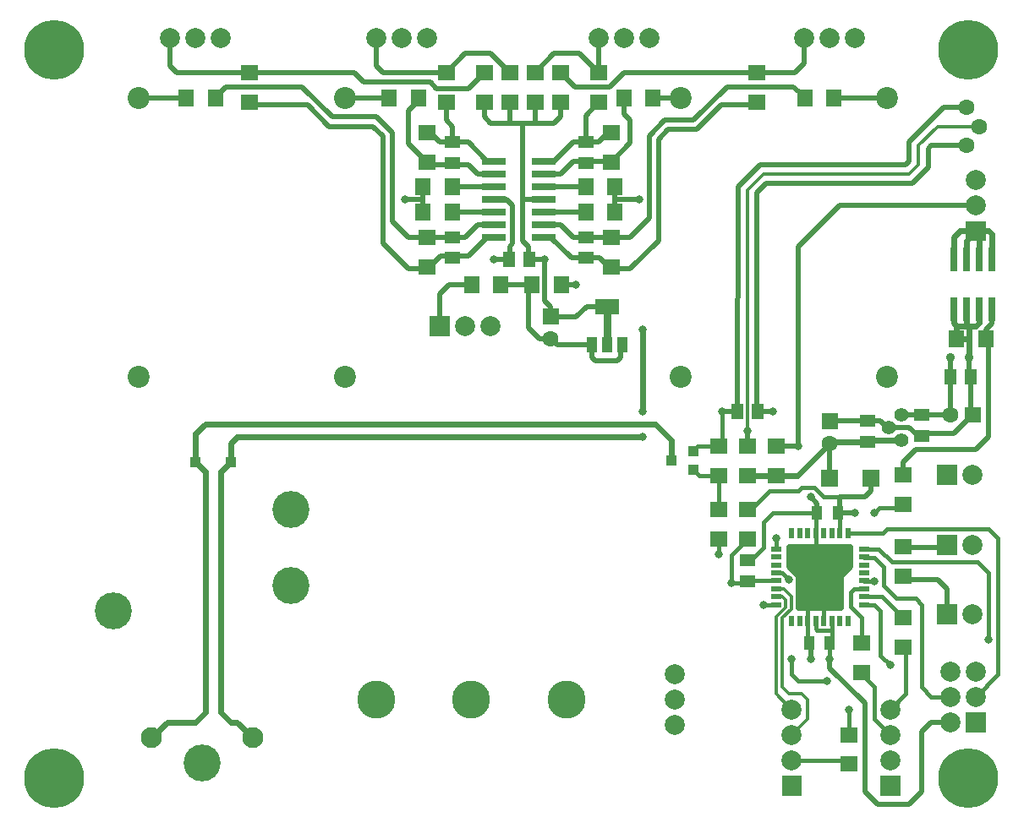
<source format=gbr>
%FSLAX34Y34*%
%MOMM*%
%LNCOPPER_TOP*%
G71*
G01*
%ADD10C, 3.700*%
%ADD11C, 2.100*%
%ADD12C, 2.000*%
%ADD13C, 2.200*%
%ADD14C, 1.600*%
%ADD15R, 2.400X0.800*%
%ADD16C, 2.000*%
%ADD17R, 1.000X1.600*%
%ADD18R, 2.400X1.600*%
%ADD19C, 0.800*%
%ADD20C, 3.800*%
%ADD21C, 0.500*%
%ADD22C, 0.800*%
%ADD23R, 1.200X1.500*%
%ADD24C, 0.900*%
%ADD25R, 0.500X1.000*%
%ADD26R, 1.000X0.500*%
%ADD27C, 1.400*%
%ADD28R, 1.500X1.200*%
%ADD29R, 1.100X1.400*%
%ADD30R, 1.100X1.100*%
%ADD31R, 1.000X1.020*%
%ADD32C, 0.600*%
%ADD33R, 0.800X2.400*%
%ADD34R, 1.700X1.800*%
%ADD35C, 0.400*%
%ADD36C, 0.300*%
%ADD37R, 1.800X1.500*%
%ADD38R, 1.500X1.800*%
%ADD39C, 6.000*%
%LPD*%
X431800Y384050D02*
G54D10*
D03*
X431800Y307850D02*
G54D10*
D03*
X254000Y282450D02*
G54D10*
D03*
X342900Y130050D02*
G54D10*
D03*
X393700Y155450D02*
G54D11*
D03*
X292100Y155450D02*
G54D11*
D03*
X311150Y857125D02*
G54D12*
D03*
X336550Y857125D02*
G54D12*
D03*
X361950Y857125D02*
G54D12*
D03*
X279400Y796800D02*
G54D13*
D03*
X279400Y517400D02*
G54D13*
D03*
X485775Y796800D02*
G54D13*
D03*
X485775Y517400D02*
G54D13*
D03*
X822325Y796800D02*
G54D13*
D03*
X822325Y517400D02*
G54D13*
D03*
X1028700Y796800D02*
G54D13*
D03*
X1028700Y517400D02*
G54D13*
D03*
X517525Y857125D02*
G54D12*
D03*
X542925Y857125D02*
G54D12*
D03*
X568325Y857125D02*
G54D12*
D03*
X739775Y857125D02*
G54D12*
D03*
X765175Y857125D02*
G54D12*
D03*
X790575Y857125D02*
G54D12*
D03*
X946150Y857125D02*
G54D12*
D03*
X971550Y857125D02*
G54D12*
D03*
X996950Y857125D02*
G54D12*
D03*
X1108075Y787275D02*
G54D14*
D03*
X1120775Y768225D02*
G54D14*
D03*
X1108075Y749175D02*
G54D14*
D03*
G36*
X1122425Y471300D02*
X1106425Y471300D01*
X1106425Y487300D01*
X1122425Y487300D01*
X1122425Y471300D01*
G37*
X1092200Y479300D02*
G54D14*
D03*
X635000Y733300D02*
G54D15*
D03*
X635000Y720600D02*
G54D15*
D03*
X635000Y707900D02*
G54D15*
D03*
X635000Y695200D02*
G54D15*
D03*
X635000Y682500D02*
G54D15*
D03*
X635000Y669800D02*
G54D15*
D03*
X635000Y657100D02*
G54D15*
D03*
X685000Y657100D02*
G54D15*
D03*
X685000Y669800D02*
G54D15*
D03*
X685000Y682500D02*
G54D15*
D03*
X685000Y695200D02*
G54D15*
D03*
X685000Y707900D02*
G54D15*
D03*
X685000Y720600D02*
G54D15*
D03*
X685000Y733300D02*
G54D15*
D03*
G36*
X571025Y578200D02*
X591025Y578200D01*
X591025Y558200D01*
X571025Y558200D01*
X571025Y578200D01*
G37*
X606425Y568200D02*
G54D16*
D03*
X631825Y568200D02*
G54D16*
D03*
X733425Y549150D02*
G54D17*
D03*
X748525Y549150D02*
G54D17*
D03*
X763625Y549150D02*
G54D17*
D03*
X748525Y588050D02*
G54D18*
D03*
G54D19*
X748425Y556150D02*
X748425Y581150D01*
X517525Y193550D02*
G54D20*
D03*
X612525Y193550D02*
G54D20*
D03*
X707525Y193550D02*
G54D20*
D03*
X815975Y218950D02*
G54D12*
D03*
X815975Y193550D02*
G54D12*
D03*
X815975Y168150D02*
G54D12*
D03*
G54D21*
X311150Y857125D02*
X311150Y828550D01*
X317500Y822200D01*
X495300Y822200D01*
X504825Y812675D01*
X571500Y812675D01*
X577850Y806325D01*
X609600Y806325D01*
G54D21*
X517525Y857125D02*
X517525Y828550D01*
X523875Y822200D01*
X593725Y822200D01*
G54D21*
X635000Y720600D02*
X619125Y720600D01*
X609600Y730125D01*
X570612Y730125D01*
X568266Y732471D01*
G54D21*
X596900Y707900D02*
X635000Y707900D01*
G54D21*
X596900Y682500D02*
X635000Y682500D01*
G54D21*
X564321Y707959D02*
X564321Y682559D01*
G54D21*
X635000Y733300D02*
X628650Y733300D01*
X609600Y752350D01*
X581025Y752350D01*
X568325Y765050D01*
G54D21*
X279400Y796800D02*
X323850Y796800D01*
G54D21*
X635000Y669800D02*
X619125Y669800D01*
X606425Y657100D01*
X593725Y657100D01*
G54D21*
X635000Y657100D02*
X628650Y657100D01*
X609600Y638050D01*
X581796Y638050D01*
X568266Y624521D01*
G54D21*
X739775Y857125D02*
X739775Y822200D01*
G54D21*
X946150Y857125D02*
X946150Y831725D01*
X936625Y822200D01*
X765175Y822200D01*
X750888Y807912D01*
X715962Y807912D01*
X701675Y822200D01*
G54D21*
X723900Y707900D02*
X685000Y707900D01*
G54D21*
X685000Y682500D02*
X723900Y682500D01*
G54D21*
X756479Y707841D02*
X756479Y682441D01*
G54D21*
X485775Y796800D02*
X527050Y796800D01*
G54D21*
X609600Y806325D02*
X625475Y822200D01*
G54D21*
X587375Y822200D02*
X606425Y841250D01*
X631825Y841250D01*
X650875Y822200D01*
G54D21*
X739775Y822200D02*
X739775Y822325D01*
X720675Y841425D01*
X695500Y841425D01*
X676275Y822200D01*
G54D21*
X593725Y752350D02*
X593725Y768225D01*
X587375Y774575D01*
X587375Y789562D01*
X587316Y789621D01*
G54D21*
X559629Y796741D02*
X559629Y794454D01*
X549275Y784100D01*
X549275Y751462D01*
X568266Y732471D01*
G54D21*
X356429Y796741D02*
X356429Y797629D01*
X366712Y807912D01*
X442912Y807912D01*
X473075Y777750D01*
X517525Y777750D01*
X533400Y761875D01*
X533400Y672975D01*
X549275Y657100D01*
X568325Y657100D01*
G54D21*
X390466Y789621D02*
X448504Y789621D01*
X469900Y768225D01*
X514350Y768225D01*
X523875Y758700D01*
X523875Y650750D01*
X549275Y625350D01*
X567437Y625350D01*
X568266Y624521D01*
G54D21*
X685000Y695200D02*
X663575Y695200D01*
X663575Y771400D01*
G54D21*
X625416Y789621D02*
X625416Y777809D01*
X631825Y771400D01*
X695325Y771400D01*
X701675Y777750D01*
X701675Y789562D01*
X701616Y789621D01*
G54D21*
X676216Y789621D02*
X676216Y771459D01*
X676275Y771400D01*
G54D21*
X650816Y789621D02*
X650816Y771459D01*
X650875Y771400D01*
G54D21*
X765175Y796800D02*
X765175Y780925D01*
X771525Y774575D01*
X771525Y751579D01*
X752416Y732471D01*
G54D21*
X727075Y752350D02*
X739775Y752350D01*
X752475Y765050D01*
G54D21*
X727075Y752350D02*
X714375Y752350D01*
X695325Y733300D01*
G54D21*
X739716Y789621D02*
X737358Y789621D01*
X727075Y779338D01*
X727075Y752350D01*
G54D21*
X685000Y720600D02*
X701675Y720600D01*
X714375Y733300D01*
X751587Y733300D01*
X752416Y732471D01*
G54D21*
X797754Y796741D02*
X822266Y796741D01*
X822325Y796800D01*
G54D21*
X685000Y669800D02*
X701675Y669800D01*
X714375Y657100D01*
X752475Y657100D01*
G54D21*
X727075Y636500D02*
X740437Y636500D01*
X752416Y624521D01*
G54D21*
X727075Y636500D02*
X712750Y636500D01*
X692150Y657100D01*
G54D21*
X939800Y803150D02*
X935038Y807912D01*
X868362Y807912D01*
X835025Y774575D01*
X806450Y774575D01*
X790575Y758700D01*
X790575Y676150D01*
X771525Y657100D01*
X752475Y657100D01*
G54D21*
X898466Y789621D02*
X862771Y789621D01*
X838200Y765050D01*
X809625Y765050D01*
X800100Y755525D01*
X800100Y653925D01*
X771525Y625350D01*
X753246Y625350D01*
X752416Y624521D01*
G54D21*
X975554Y796741D02*
X1028641Y796741D01*
X1028700Y796800D01*
X546100Y695200D02*
G54D22*
D03*
X781050Y695200D02*
G54D22*
D03*
G54D21*
X546100Y695200D02*
X561975Y695200D01*
G54D21*
X781050Y695200D02*
X758825Y695200D01*
G54D21*
X635000Y695200D02*
X647700Y695200D01*
X654050Y688850D01*
X654050Y650750D01*
X650875Y647575D01*
X650875Y635510D01*
X650240Y634875D01*
G54D21*
X663575Y701550D02*
X663575Y653925D01*
X669925Y647575D01*
X669925Y635790D01*
X670840Y634875D01*
G36*
X1079025Y359125D02*
X1099025Y359125D01*
X1099025Y339125D01*
X1079025Y339125D01*
X1079025Y359125D01*
G37*
X1114025Y349125D02*
G54D16*
D03*
G36*
X1079025Y428975D02*
X1099025Y428975D01*
X1099025Y408975D01*
X1079025Y408975D01*
X1079025Y428975D01*
G37*
X1114025Y418975D02*
G54D16*
D03*
G36*
X1079025Y289275D02*
X1099025Y289275D01*
X1099025Y269275D01*
X1079025Y269275D01*
X1079025Y289275D01*
G37*
X1114025Y279275D02*
G54D16*
D03*
X1092200Y517400D02*
G54D23*
D03*
X1112800Y517400D02*
G54D23*
D03*
G36*
X700150Y585725D02*
X700150Y569725D01*
X684150Y569725D01*
X684150Y585725D01*
X700150Y585725D01*
G37*
X692150Y555500D02*
G54D14*
D03*
G54D21*
X748525Y588050D02*
X727875Y588050D01*
X717550Y577725D01*
X692150Y577725D01*
X635000Y634875D02*
G54D22*
D03*
X717550Y609475D02*
G54D22*
D03*
G54D21*
X635000Y634875D02*
X650240Y634875D01*
G54D21*
X717550Y609475D02*
X702563Y609475D01*
X702504Y609416D01*
G54D21*
X645354Y609416D02*
X669866Y609416D01*
X669925Y609475D01*
X669925Y566612D01*
X681038Y555500D01*
X692150Y555500D01*
G54D21*
X692150Y577725D02*
X692150Y587250D01*
X685800Y593600D01*
X685800Y634875D01*
X670840Y634875D01*
X685800Y634875D02*
G54D22*
D03*
G54D21*
X612775Y609475D02*
X590550Y609475D01*
X581025Y599950D01*
X581025Y568200D01*
G54D21*
X692150Y555500D02*
X698500Y549150D01*
X733425Y549150D01*
X733425Y536450D01*
X736600Y533275D01*
X758825Y533275D01*
X762000Y536450D01*
X762000Y547525D01*
X763625Y549150D01*
X1111250Y536450D02*
G54D24*
D03*
X1092200Y536450D02*
G54D24*
D03*
G54D21*
X1092200Y479300D02*
X1092200Y520575D01*
G54D21*
X1112800Y520575D02*
X1112800Y480925D01*
X1114425Y479300D01*
X933450Y272925D02*
G54D25*
D03*
X941450Y272925D02*
G54D25*
D03*
X949450Y272925D02*
G54D25*
D03*
X957450Y272925D02*
G54D25*
D03*
X965450Y272925D02*
G54D25*
D03*
X973450Y272925D02*
G54D25*
D03*
X981450Y272925D02*
G54D25*
D03*
X989450Y272925D02*
G54D25*
D03*
X933450Y360925D02*
G54D25*
D03*
X941450Y360925D02*
G54D25*
D03*
X949450Y360925D02*
G54D25*
D03*
X957450Y360925D02*
G54D25*
D03*
X965450Y360925D02*
G54D25*
D03*
X973450Y360925D02*
G54D25*
D03*
X981450Y360925D02*
G54D25*
D03*
X989450Y360925D02*
G54D25*
D03*
X1005450Y288925D02*
G54D26*
D03*
X1005450Y296925D02*
G54D26*
D03*
X1005450Y304925D02*
G54D26*
D03*
X1005450Y312925D02*
G54D26*
D03*
X1005450Y320925D02*
G54D26*
D03*
X1005450Y328925D02*
G54D26*
D03*
X1005450Y336925D02*
G54D26*
D03*
X1005450Y344925D02*
G54D26*
D03*
X917450Y288925D02*
G54D26*
D03*
X917450Y296925D02*
G54D26*
D03*
X917450Y304925D02*
G54D26*
D03*
X917450Y312925D02*
G54D26*
D03*
X917450Y320925D02*
G54D26*
D03*
X917450Y328925D02*
G54D26*
D03*
X917450Y336925D02*
G54D26*
D03*
X917450Y344925D02*
G54D26*
D03*
X1042988Y453900D02*
G54D27*
D03*
X1030288Y466600D02*
G54D27*
D03*
X1042988Y479300D02*
G54D27*
D03*
G36*
X979550Y480950D02*
X979550Y464950D01*
X963550Y464950D01*
X963550Y480950D01*
X979550Y480950D01*
G37*
X971550Y450725D02*
G54D14*
D03*
X1063625Y458345D02*
G54D28*
D03*
X1063625Y478945D02*
G54D28*
D03*
X1009650Y472950D02*
G54D28*
D03*
X1009650Y452350D02*
G54D28*
D03*
X950912Y250700D02*
G54D29*
D03*
X971512Y250700D02*
G54D29*
D03*
X958850Y380875D02*
G54D29*
D03*
X979450Y380875D02*
G54D29*
D03*
G54D21*
X1092200Y520575D02*
X1092200Y536450D01*
G36*
X1107600Y653450D02*
X1107600Y673450D01*
X1127600Y673450D01*
X1127600Y653450D01*
X1107600Y653450D01*
G37*
X1117600Y688850D02*
G54D16*
D03*
X1117600Y714250D02*
G54D16*
D03*
G36*
X923450Y97825D02*
X923450Y117825D01*
X943450Y117825D01*
X943450Y97825D01*
X923450Y97825D01*
G37*
X933450Y133225D02*
G54D16*
D03*
X933450Y158625D02*
G54D16*
D03*
X933450Y184025D02*
G54D16*
D03*
G36*
X1127600Y161325D02*
X1107600Y161325D01*
X1107600Y181325D01*
X1127600Y181325D01*
X1127600Y161325D01*
G37*
X1092200Y171325D02*
G54D12*
D03*
X1117600Y196725D02*
G54D12*
D03*
X1092200Y196725D02*
G54D12*
D03*
X1117600Y222125D02*
G54D12*
D03*
X1092200Y222125D02*
G54D12*
D03*
X834813Y442943D02*
G54D30*
D03*
X834813Y423943D02*
G54D30*
D03*
X812613Y433443D02*
G54D30*
D03*
X371475Y431675D02*
G54D31*
D03*
X336575Y431675D02*
G54D31*
D03*
G54D21*
X1041400Y479300D02*
X1092200Y479300D01*
G54D21*
X1114425Y479300D02*
X1095375Y460250D01*
X1057275Y460250D01*
X1050925Y466600D01*
X1028700Y466600D01*
G54D21*
X1028700Y466600D02*
X1022350Y472950D01*
X1009650Y472950D01*
G54D21*
X1009650Y472950D02*
X971550Y472950D01*
G54D32*
X1041400Y453900D02*
X1011200Y453900D01*
X1009650Y452350D01*
X973175Y452350D01*
X971550Y450725D01*
X1095375Y584875D02*
G54D33*
D03*
X1108075Y584875D02*
G54D33*
D03*
X1120775Y584875D02*
G54D33*
D03*
X1133475Y584875D02*
G54D33*
D03*
X1133475Y634875D02*
G54D33*
D03*
X1120775Y634875D02*
G54D33*
D03*
X1108075Y634875D02*
G54D33*
D03*
X1095375Y634875D02*
G54D33*
D03*
G54D21*
X1112800Y520575D02*
X1111250Y522125D01*
X1111250Y536450D01*
G54D32*
X1095375Y634875D02*
X1095375Y657100D01*
X1101725Y663450D01*
X1130300Y663450D01*
X1133475Y660275D01*
X1133475Y634875D01*
G54D32*
X1120775Y634875D02*
X1120775Y660275D01*
X1117600Y663450D01*
G54D32*
X1108075Y634875D02*
X1108075Y653925D01*
X1117600Y663450D01*
G54D32*
X1095375Y584875D02*
X1095375Y571375D01*
X1098550Y568200D01*
X1117600Y568200D01*
X1120775Y571375D01*
X1120775Y584875D01*
G54D32*
X1108075Y584875D02*
X1108075Y568200D01*
G54D32*
X1098550Y555500D02*
X1098550Y568200D01*
G54D32*
X1111250Y568200D02*
X1111250Y536450D01*
G54D32*
X1098550Y555500D02*
X1111250Y555500D01*
X1012825Y415800D02*
G54D34*
D03*
X971550Y415800D02*
G54D34*
D03*
G36*
X1021875Y97825D02*
X1021875Y117825D01*
X1041875Y117825D01*
X1041875Y97825D01*
X1021875Y97825D01*
G37*
X1031875Y133225D02*
G54D16*
D03*
X1031875Y158625D02*
G54D16*
D03*
X1031875Y184025D02*
G54D16*
D03*
G54D21*
X1044575Y418975D02*
X1044575Y431675D01*
X1057275Y444375D01*
X1117600Y444375D01*
X1130300Y457075D01*
X1130300Y554612D01*
X1131129Y555441D01*
G54D21*
X1133475Y584875D02*
X1133475Y570487D01*
X1127918Y564930D01*
X1127918Y555500D01*
G54D35*
X973450Y272925D02*
X973450Y251050D01*
X973100Y250700D01*
G54D35*
X949450Y272925D02*
X949450Y252162D01*
X950912Y250700D01*
G54D35*
X957450Y272925D02*
X957450Y264800D01*
X958850Y263400D01*
X973138Y263400D01*
G54D35*
X965450Y272925D02*
X965450Y283788D01*
X963612Y285625D01*
X949325Y285625D01*
X949325Y273050D01*
X949450Y272925D01*
G36*
X939800Y285625D02*
X939800Y317375D01*
X930275Y326900D01*
X930275Y347538D01*
X992188Y347538D01*
X992188Y326900D01*
X982662Y317375D01*
X982662Y285625D01*
X939800Y285625D01*
G37*
G54D21*
X939800Y285625D02*
X939800Y317375D01*
X930275Y326900D01*
X930275Y347538D01*
X992188Y347538D01*
X992188Y326900D01*
X982662Y317375D01*
X982662Y285625D01*
X939800Y285625D01*
G54D35*
X957450Y360925D02*
X957450Y347725D01*
X957262Y347538D01*
G54D35*
X957450Y360925D02*
X957450Y379475D01*
X958850Y380875D01*
G54D35*
X981450Y360925D02*
X981450Y378875D01*
X979450Y380875D01*
G54D21*
X1089025Y345950D02*
X1045463Y345950D01*
X1044634Y346779D01*
G54D21*
X1044575Y314200D02*
X1079500Y314200D01*
X1089025Y304675D01*
X1089025Y276100D01*
G54D21*
X971550Y450725D02*
X971550Y415800D01*
G54D21*
X1012825Y415800D02*
X1012825Y403100D01*
X1006475Y396750D01*
X981075Y396750D01*
X981075Y382500D01*
X979450Y380875D01*
X996950Y380875D02*
G54D22*
D03*
X971550Y234825D02*
G54D22*
D03*
G54D21*
X996950Y380875D02*
X979450Y380875D01*
G54D35*
X1031875Y184025D02*
X1047750Y199900D01*
X1047750Y240287D01*
X1044516Y243521D01*
G54D35*
X1005450Y296925D02*
X1023750Y296925D01*
X1044575Y276100D01*
G54D35*
X1005450Y304925D02*
X995612Y304925D01*
X992188Y301500D01*
X992188Y287212D01*
X1003300Y276100D01*
G54D35*
X971512Y250700D02*
X971512Y234862D01*
X971550Y234825D01*
G54D35*
X1003300Y276100D02*
X1003300Y250700D01*
G54D35*
X1003241Y218121D02*
X1004129Y218121D01*
X1016000Y206250D01*
X1016000Y174500D01*
X1031875Y158625D01*
X952500Y234825D02*
G54D22*
D03*
G54D21*
X952500Y234825D02*
X952500Y249112D01*
X950912Y250700D01*
X952500Y396750D02*
G54D22*
D03*
G54D21*
X958850Y380875D02*
X958850Y390400D01*
X952500Y396750D01*
G54D21*
X971550Y234825D02*
X971550Y225300D01*
X1006475Y190375D01*
X1006475Y101475D01*
X1019175Y88775D01*
X1050925Y88775D01*
X1063625Y101475D01*
X1063625Y161800D01*
X1073150Y171325D01*
X1092200Y171325D01*
G54D35*
X1092200Y196725D02*
X1073150Y196725D01*
X1063625Y206250D01*
X1063625Y288800D01*
X1057275Y295150D01*
X1038225Y295150D01*
X1025525Y307850D01*
X1025525Y326900D01*
X1016000Y336425D01*
X1005950Y336425D01*
X1005450Y336925D01*
G54D35*
X989450Y360925D02*
X1024625Y360925D01*
X1028700Y365000D01*
X1130300Y365000D01*
X1139825Y355475D01*
X1139825Y218950D01*
X1117600Y196725D01*
G54D35*
X1005450Y344925D02*
X1020200Y344925D01*
X1033462Y331662D01*
X1119188Y331662D01*
X1130300Y320550D01*
X1130300Y253875D01*
X1130300Y253875D02*
G54D22*
D03*
G54D36*
X917450Y296925D02*
X923738Y296925D01*
X927100Y293562D01*
X927100Y286419D01*
X917575Y276894D01*
G54D36*
X917450Y304925D02*
X925262Y304925D01*
X932656Y297531D01*
X932656Y284831D01*
X923925Y276100D01*
G54D36*
X933450Y184025D02*
X917575Y199900D01*
X917575Y276894D01*
G54D36*
X923925Y276100D02*
X923925Y206250D01*
X930275Y199900D01*
X942975Y199900D01*
X949325Y193550D01*
X949325Y174500D01*
X933450Y158625D01*
X939800Y447550D02*
G54D22*
D03*
X904875Y288800D02*
G54D22*
D03*
G54D35*
X904875Y288800D02*
X917325Y288800D01*
X917450Y288925D01*
X878522Y482475D02*
G54D23*
D03*
X899122Y482475D02*
G54D23*
D03*
X889000Y447550D02*
G54D37*
D03*
X889000Y418182D02*
G54D37*
D03*
X917575Y447550D02*
G54D37*
D03*
X917575Y418182D02*
G54D37*
D03*
G54D21*
X1117600Y688850D02*
X981075Y688850D01*
X939800Y647575D01*
X939800Y447550D01*
G54D21*
X917575Y447550D02*
X939800Y447550D01*
G54D32*
X889000Y418182D02*
X939007Y418182D01*
X971550Y450725D01*
X889000Y463425D02*
G54D22*
D03*
G54D36*
X1120775Y768225D02*
X1079500Y768225D01*
X1060450Y749175D01*
X1060450Y730125D01*
X1050925Y720600D01*
X904875Y720600D01*
X889000Y704725D01*
X889000Y463425D01*
G54D21*
X889000Y463425D02*
X889000Y447550D01*
G54D21*
X1108075Y787275D02*
X1085850Y787275D01*
X1050925Y752350D01*
X1050925Y733300D01*
X1047750Y730125D01*
X901700Y730125D01*
X879475Y707900D01*
X878522Y482475D01*
X917575Y355475D02*
G54D22*
D03*
G54D35*
X917575Y355475D02*
X917575Y345050D01*
X917450Y344925D01*
G54D21*
X1108075Y749175D02*
X1073150Y749175D01*
X1069975Y746000D01*
X1069975Y726950D01*
X1054100Y711075D01*
X908050Y711075D01*
X898525Y701550D01*
X898525Y482475D01*
X863600Y482475D02*
G54D22*
D03*
G54D21*
X863600Y482475D02*
X878522Y482475D01*
X914400Y482475D02*
G54D22*
D03*
G54D21*
X914400Y482475D02*
X899122Y482475D01*
X1016000Y312612D02*
G54D22*
D03*
X1016000Y380875D02*
G54D22*
D03*
G54D35*
X1016000Y312612D02*
X1005762Y312612D01*
X1005450Y312925D01*
G54D35*
X1044516Y386396D02*
X1021521Y386396D01*
X1016000Y380875D01*
X968375Y212600D02*
G54D22*
D03*
X933450Y234825D02*
G54D22*
D03*
G54D35*
X933450Y234825D02*
X933450Y218950D01*
X939800Y212600D01*
X968375Y212600D01*
X873125Y311025D02*
G54D22*
D03*
G54D35*
X873125Y311025D02*
X885825Y311025D01*
X889000Y312650D01*
G54D35*
X917450Y312925D02*
X889275Y312925D01*
X889000Y312650D01*
X889000Y384050D02*
G54D37*
D03*
X889000Y354682D02*
G54D37*
D03*
G54D35*
X873125Y311025D02*
X873125Y338807D01*
X889000Y354682D01*
G54D35*
X889000Y333250D02*
X892175Y333250D01*
X904875Y345950D01*
X904875Y371350D01*
X914400Y380875D01*
X958850Y380875D01*
X930275Y314200D02*
G54D22*
D03*
X860425Y339600D02*
G54D22*
D03*
G54D35*
X917450Y320925D02*
X923550Y320925D01*
X930275Y314200D01*
X889000Y312650D02*
G54D28*
D03*
X889000Y333250D02*
G54D28*
D03*
X860425Y384050D02*
G54D37*
D03*
X860425Y354682D02*
G54D37*
D03*
X860425Y447550D02*
G54D37*
D03*
X860425Y418182D02*
G54D37*
D03*
G54D35*
X860425Y339600D02*
X860425Y354682D01*
G54D35*
X860425Y418182D02*
X860425Y384050D01*
G54D35*
X860425Y418182D02*
X840574Y418182D01*
X834813Y423943D01*
G54D35*
X860425Y447550D02*
X839420Y447550D01*
X834813Y442943D01*
G54D35*
X863600Y482475D02*
X863600Y450725D01*
X860425Y447550D01*
G54D32*
X336575Y431675D02*
X336575Y431650D01*
X346075Y422150D01*
X346075Y180850D01*
X336550Y171325D01*
X307975Y171325D01*
X292100Y155450D01*
G54D32*
X371475Y431675D02*
X361950Y422150D01*
X361950Y180850D01*
X371475Y171325D01*
X377825Y171325D01*
X393700Y155450D01*
G54D32*
X336575Y431675D02*
X336575Y460275D01*
X346075Y469775D01*
X796925Y469775D01*
X812800Y453900D01*
X812800Y433630D01*
X812613Y433443D01*
G54D32*
X371475Y431675D02*
X371475Y450725D01*
X377825Y457075D01*
X784225Y457075D01*
X784225Y457075D02*
G54D22*
D03*
X784225Y482475D02*
G54D22*
D03*
X784225Y565025D02*
G54D22*
D03*
G54D32*
X784225Y482475D02*
X784225Y565025D01*
X1003300Y250700D02*
G54D37*
D03*
X1003300Y221332D02*
G54D37*
D03*
X1044575Y276100D02*
G54D37*
D03*
X1044575Y246732D02*
G54D37*
D03*
X1044634Y346779D02*
G54D37*
D03*
X1044634Y317411D02*
G54D37*
D03*
X1044575Y418975D02*
G54D37*
D03*
X1044575Y389607D02*
G54D37*
D03*
X1098550Y555500D02*
G54D38*
D03*
X1127918Y555500D02*
G54D38*
D03*
X898525Y822200D02*
G54D37*
D03*
X898525Y792832D02*
G54D37*
D03*
X946186Y796741D02*
G54D38*
D03*
X975554Y796741D02*
G54D38*
D03*
X765175Y796800D02*
G54D38*
D03*
X794543Y796800D02*
G54D38*
D03*
X739775Y822200D02*
G54D37*
D03*
X739775Y792832D02*
G54D37*
D03*
X587375Y822200D02*
G54D37*
D03*
X587375Y792832D02*
G54D37*
D03*
X530262Y796741D02*
G54D38*
D03*
X559629Y796741D02*
G54D38*
D03*
X327061Y796741D02*
G54D38*
D03*
X356429Y796741D02*
G54D38*
D03*
X390525Y822200D02*
G54D37*
D03*
X390525Y792832D02*
G54D37*
D03*
X568266Y761839D02*
G54D37*
D03*
X568266Y732471D02*
G54D37*
D03*
X568325Y657100D02*
G54D37*
D03*
X568325Y627732D02*
G54D37*
D03*
G54D21*
X568325Y657100D02*
X593725Y657100D01*
X752475Y657100D02*
G54D37*
D03*
X752475Y627732D02*
G54D37*
D03*
X752416Y761839D02*
G54D37*
D03*
X752416Y732471D02*
G54D37*
D03*
X564321Y707959D02*
G54D38*
D03*
X593689Y707959D02*
G54D38*
D03*
X564321Y682559D02*
G54D38*
D03*
X593689Y682559D02*
G54D38*
D03*
X727111Y707841D02*
G54D38*
D03*
X756479Y707841D02*
G54D38*
D03*
X727111Y682441D02*
G54D38*
D03*
X756479Y682441D02*
G54D38*
D03*
X625475Y822200D02*
G54D37*
D03*
X625475Y792832D02*
G54D37*
D03*
X650875Y822200D02*
G54D37*
D03*
X650875Y792832D02*
G54D37*
D03*
X676275Y822200D02*
G54D37*
D03*
X676275Y792832D02*
G54D37*
D03*
X701675Y822200D02*
G54D37*
D03*
X701675Y792832D02*
G54D37*
D03*
X593725Y752350D02*
G54D28*
D03*
X593725Y731750D02*
G54D28*
D03*
X593725Y657100D02*
G54D28*
D03*
X593725Y636500D02*
G54D28*
D03*
X727075Y752350D02*
G54D28*
D03*
X727075Y731750D02*
G54D28*
D03*
X727075Y657100D02*
G54D28*
D03*
X727075Y636500D02*
G54D28*
D03*
X670840Y634875D02*
G54D23*
D03*
X650240Y634875D02*
G54D23*
D03*
X612775Y609475D02*
G54D38*
D03*
X642143Y609475D02*
G54D38*
D03*
X673136Y609416D02*
G54D38*
D03*
X702504Y609416D02*
G54D38*
D03*
G54D35*
X889000Y384050D02*
X892175Y384050D01*
X911225Y403100D01*
X939800Y403100D01*
X942975Y406275D01*
X955675Y406275D01*
X965200Y396750D01*
X981075Y396750D01*
X990600Y184025D02*
G54D22*
D03*
X990600Y158625D02*
G54D37*
D03*
X990600Y129257D02*
G54D37*
D03*
G54D35*
X933450Y133225D02*
X986632Y133225D01*
X990600Y129257D01*
G54D35*
X990600Y184025D02*
X990600Y158625D01*
X1031875Y228475D02*
G54D22*
D03*
G54D35*
X1031875Y228475D02*
X1022350Y238000D01*
X1022350Y282450D01*
X1016000Y288800D01*
X1005575Y288800D01*
X1005450Y288925D01*
X195000Y845000D02*
G54D39*
D03*
X195000Y115000D02*
G54D39*
D03*
X1110000Y115000D02*
G54D39*
D03*
X1110000Y845000D02*
G54D39*
D03*
M02*

</source>
